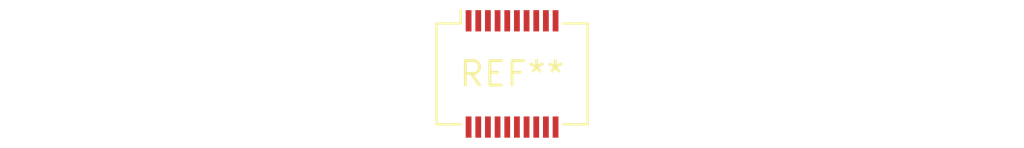
<source format=kicad_pcb>
(kicad_pcb (version 20240108) (generator pcbnew)
  (layers (0 "F.Cu" signal) (31 "B.Cu" signal) (34 "B.Paste" user) (35 "F.Paste" user) (36 "B.SilkS" user "B.Silkscreen") (37 "F.SilkS" user "F.Silkscreen") (38 "B.Mask" user) (39 "F.Mask" user) (44 "Edge.Cuts" user))
  (net 0 "")
  (footprint "Molex_SlimStack_54722-0204_2x10_P0.50mm_Vertical" (layer "F.Cu") (at 0 0)
    (property "Reference" "REF**")
    (property "Value" "Molex_SlimStack_54722-0204_2x10_P0.50mm_Vertical")
    (fp_line (start -3.91 -2.61) (end -2.66 -2.61) (layer "F.SilkS") (stroke (width 0.12)))
    (fp_line (start -3.91 2.61) (end -3.91 -2.61) (layer "F.SilkS") (stroke (width 0.12)))
    (fp_line (start -2.66 -2.61) (end -2.66 -3.3) (layer "F.SilkS") (stroke (width 0.12)))
    (fp_line (start -2.66 2.61) (end -3.91 2.61) (layer "F.SilkS") (stroke (width 0.12)))
    (fp_line (start 2.66 2.61) (end 3.91 2.61) (layer "F.SilkS") (stroke (width 0.12)))
    (fp_line (start 3.91 -2.61) (end 2.66 -2.61) (layer "F.SilkS") (stroke (width 0.12)))
    (fp_line (start 3.91 2.61) (end 3.91 -2.61) (layer "F.SilkS") (stroke (width 0.12)))
    (pad "1" smd rect (at -2.25 -2.75) (size 0.3 1.1) (layers "F.Cu" "F.Paste" "F.Mask"))
    (pad "2" smd rect (at -2.25 2.75) (size 0.3 1.1) (layers "F.Cu" "F.Paste" "F.Mask"))
    (pad "3" smd rect (at -1.75 -2.75) (size 0.3 1.1) (layers "F.Cu" "F.Paste" "F.Mask"))
    (pad "4" smd rect (at -1.75 2.75) (size 0.3 1.1) (layers "F.Cu" "F.Paste" "F.Mask"))
    (pad "5" smd rect (at -1.25 -2.75) (size 0.3 1.1) (layers "F.Cu" "F.Paste" "F.Mask"))
    (pad "6" smd rect (at -1.25 2.75) (size 0.3 1.1) (layers "F.Cu" "F.Paste" "F.Mask"))
    (pad "7" smd rect (at -0.75 -2.75) (size 0.3 1.1) (layers "F.Cu" "F.Paste" "F.Mask"))
    (pad "8" smd rect (at -0.75 2.75) (size 0.3 1.1) (layers "F.Cu" "F.Paste" "F.Mask"))
    (pad "9" smd rect (at -0.25 -2.75) (size 0.3 1.1) (layers "F.Cu" "F.Paste" "F.Mask"))
    (pad "10" smd rect (at -0.25 2.75) (size 0.3 1.1) (layers "F.Cu" "F.Paste" "F.Mask"))
    (pad "11" smd rect (at 0.25 -2.75) (size 0.3 1.1) (layers "F.Cu" "F.Paste" "F.Mask"))
    (pad "12" smd rect (at 0.25 2.75) (size 0.3 1.1) (layers "F.Cu" "F.Paste" "F.Mask"))
    (pad "13" smd rect (at 0.75 -2.75) (size 0.3 1.1) (layers "F.Cu" "F.Paste" "F.Mask"))
    (pad "14" smd rect (at 0.75 2.75) (size 0.3 1.1) (layers "F.Cu" "F.Paste" "F.Mask"))
    (pad "15" smd rect (at 1.25 -2.75) (size 0.3 1.1) (layers "F.Cu" "F.Paste" "F.Mask"))
    (pad "16" smd rect (at 1.25 2.75) (size 0.3 1.1) (layers "F.Cu" "F.Paste" "F.Mask"))
    (pad "17" smd rect (at 1.75 -2.75) (size 0.3 1.1) (layers "F.Cu" "F.Paste" "F.Mask"))
    (pad "18" smd rect (at 1.75 2.75) (size 0.3 1.1) (layers "F.Cu" "F.Paste" "F.Mask"))
    (pad "19" smd rect (at 2.25 -2.75) (size 0.3 1.1) (layers "F.Cu" "F.Paste" "F.Mask"))
    (pad "20" smd rect (at 2.25 2.75) (size 0.3 1.1) (layers "F.Cu" "F.Paste" "F.Mask"))
  )
)
</source>
